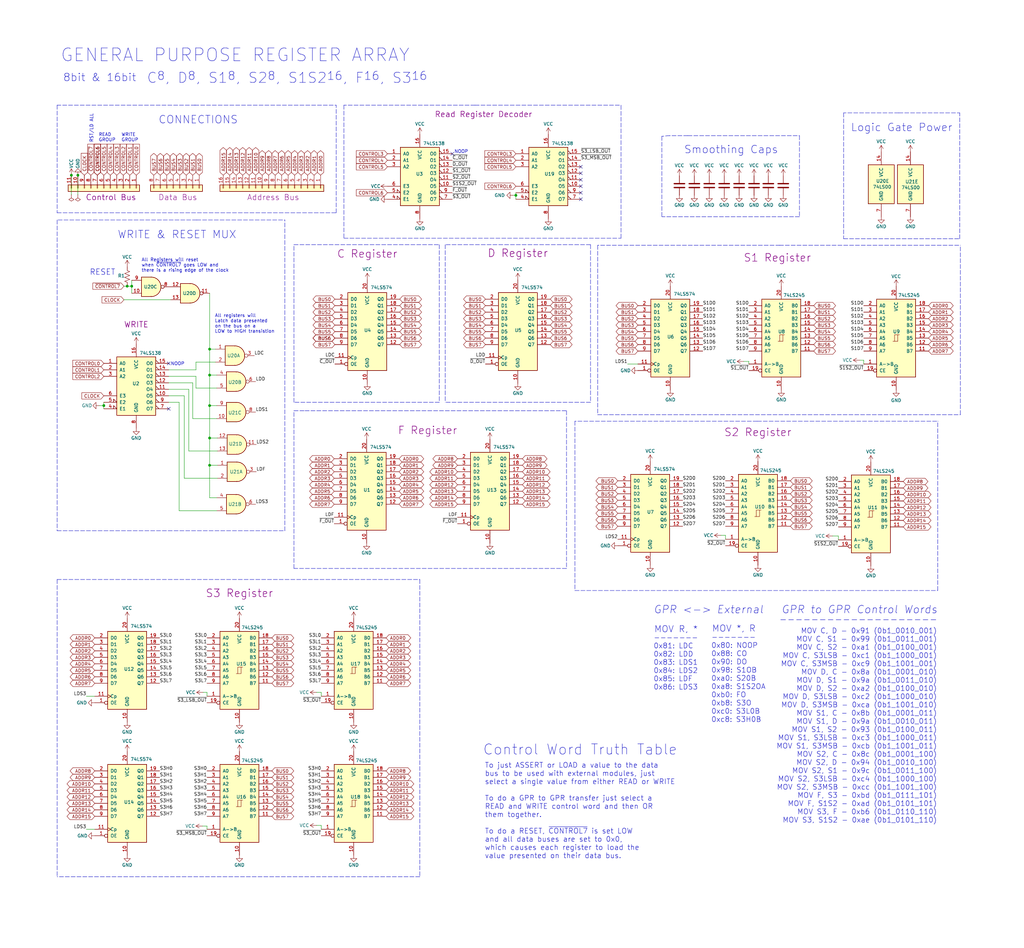
<source format=kicad_sch>
(kicad_sch (version 20211123) (generator eeschema)
  (paper "User" 400.812 370.992)
  (title_block (title "General Purpose Register Array") (date "2022-02-10") (rev "v2") (company "theWickedWebDev/8-bit-computer"))
  (junction (at 82.042 146.812))
  (junction (at 82.042 182.118))
  (junction (at 30.48 68.58))
  (junction (at 82.042 158.75))
  (junction (at 82.042 136.652))
  (junction (at 82.042 171.45))
  (junction (at 51.562 112.014))
  (junction (at 49.784 112.014))
  (junction (at 201.93 76.454))
  (junction (at 27.94 68.58))
  (junction (at 40.64 158.75))
  (no_connect (at 177.038 60.198))
  (no_connect (at 227.33 75.438))
  (no_connect (at 227.33 77.978))
  (no_connect (at 66.04 142.24))
  (no_connect (at 66.04 160.02))
  (no_connect (at 227.33 65.278))
  (no_connect (at 227.33 67.818))
  (no_connect (at 227.33 72.898))
  (no_connect (at 227.33 70.358))
  (polyline (pts (xy 296.418 164.846) (xy 225.044 164.846)))
  (wire (pts (xy 40.64 158.75) (xy 40.64 160.02)))
  (polyline (pts (xy 233.934 96.012) (xy 233.934 162.306)))
  (wire (pts (xy 38.862 158.75) (xy 40.64 158.75)))
  (polyline (pts (xy 330.2 44.196) (xy 330.2 93.472)))
  (polyline (pts (xy 22.352 83.312) (xy 131.572 83.312)))
  (wire (pts (xy 66.04 157.48) (xy 70.104 157.48)))
  (wire (pts (xy 81.026 271.018) (xy 81.026 272.542)))
  (wire (pts (xy 49.784 112.014) (xy 51.562 112.014)))
  (wire (pts (xy 82.042 146.812) (xy 84.836 146.812)))
  (polyline (pts (xy 269.24 53.086) (xy 312.928 53.086)))
  (wire (pts (xy 82.042 171.45) (xy 85.09 171.45)))
  (wire (pts (xy 328.168 209.804) (xy 328.168 211.328)))
  (wire (pts (xy 72.136 187.198) (xy 85.09 187.198)))
  (wire (pts (xy 66.04 147.32) (xy 76.708 147.32)))
  (polyline (pts (xy 375.92 162.306) (xy 375.92 96.012)))
  (polyline (pts (xy 22.352 86.106) (xy 22.352 207.772)))
  (polyline (pts (xy 312.928 53.086) (xy 312.928 84.836)))
  (wire (pts (xy 283.972 209.55) (xy 283.972 211.074)))
  (polyline (pts (xy 221.742 160.782) (xy 221.742 222.504)))
  (polyline (pts (xy 351.79 44.196) (xy 375.666 44.196)))
  (polyline (pts (xy 296.418 164.846) (xy 367.284 164.846)))
  (wire (pts (xy 82.042 194.818) (xy 82.042 182.118)))
  (wire (pts (xy 51.562 109.728) (xy 51.562 112.014)))
  (wire (pts (xy 84.836 194.818) (xy 82.042 194.818)))
  (wire (pts (xy 201.93 75.438) (xy 201.93 76.454)))
  (polyline (pts (xy 76.962 86.106) (xy 111.506 86.106)))
  (polyline (pts (xy 22.352 41.148) (xy 22.352 83.312)))
  (wire (pts (xy 79.502 271.018) (xy 81.026 271.018)))
  (polyline (pts (xy 22.352 226.822) (xy 164.338 226.822)))
  (polyline (pts (xy 174.244 95.758) (xy 174.244 157.48)))
  (wire (pts (xy 336.55 140.97) (xy 338.074 140.97)))
  (wire (pts (xy 325.882 209.804) (xy 328.168 209.804)))
  (polyline (pts (xy 243.078 93.218) (xy 243.078 41.148)))
  (wire (pts (xy 82.042 158.75) (xy 82.042 171.45)))
  (wire (pts (xy 70.104 157.48) (xy 70.104 199.898)))
  (polyline (pts (xy 22.352 226.822) (xy 22.352 343.154)))
  (wire (pts (xy 82.042 114.808) (xy 82.042 136.652)))
  (wire (pts (xy 72.136 154.94) (xy 72.136 187.198)))
  (polyline (pts (xy 115.062 95.758) (xy 171.958 95.758)))
  (wire (pts (xy 30.48 68.58) (xy 30.48 76.2)))
  (polyline (pts (xy 221.742 222.504) (xy 115.062 222.504)))
  (wire (pts (xy 73.914 176.53) (xy 85.09 176.53)))
  (wire (pts (xy 76.708 147.32) (xy 76.708 151.892)))
  (polyline (pts (xy 269.24 53.086) (xy 262.128 53.086)))
  (polyline (pts (xy 76.454 41.148) (xy 22.352 41.148)))
  (polyline (pts (xy 231.14 95.758) (xy 174.244 95.758)))
  (polyline (pts (xy 259.08 53.34) (xy 259.08 84.836)))
  (wire (pts (xy 82.042 182.118) (xy 85.09 182.118)))
  (polyline (pts (xy 164.338 226.822) (xy 164.338 343.154)))
  (wire (pts (xy 82.042 158.75) (xy 84.836 158.75)))
  (polyline (pts (xy 185.928 41.148) (xy 243.078 41.148)))
  (polyline (pts (xy 134.62 93.218) (xy 243.078 93.218)))
  (polyline (pts (xy 22.352 207.772) (xy 111.506 207.772)))
  (wire (pts (xy 125.73 323.088) (xy 125.73 324.612)))
  (polyline (pts (xy 351.79 44.196) (xy 330.2 44.196)))
  (wire (pts (xy 82.042 182.118) (xy 82.042 171.45)))
  (wire (pts (xy 82.042 136.652) (xy 82.042 146.812)))
  (polyline (pts (xy 111.506 207.772) (xy 111.506 86.106)))
  (polyline (pts (xy 231.14 95.758) (xy 231.14 157.48)))
  (wire (pts (xy 66.04 152.4) (xy 73.914 152.4)))
  (wire (pts (xy 293.116 141.478) (xy 293.116 142.494)))
  (polyline (pts (xy 115.062 157.48) (xy 115.062 95.758)))
  (wire (pts (xy 291.084 141.478) (xy 293.116 141.478)))
  (wire (pts (xy 75.438 149.86) (xy 75.438 163.83)))
  (wire (pts (xy 201.93 76.454) (xy 201.93 77.978)))
  (polyline (pts (xy 131.572 83.312) (xy 131.572 41.148)))
  (polyline (pts (xy 233.934 162.306) (xy 375.92 162.306)))
  (wire (pts (xy 40.64 157.48) (xy 40.64 158.75)))
  (wire (pts (xy 245.618 142.494) (xy 249.682 142.494)))
  (wire (pts (xy 76.708 151.892) (xy 84.836 151.892)))
  (wire (pts (xy 51.562 112.014) (xy 51.562 114.808)))
  (polyline (pts (xy 171.958 157.48) (xy 115.062 157.48)))
  (wire (pts (xy 79.248 323.342) (xy 81.026 323.342)))
  (wire (pts (xy 338.074 140.97) (xy 338.074 142.494)))
  (wire (pts (xy 282.194 209.55) (xy 283.972 209.55)))
  (wire (pts (xy 81.026 323.342) (xy 81.026 324.612)))
  (polyline (pts (xy 164.338 343.154) (xy 22.352 343.154)))
  (polyline (pts (xy 312.928 84.836) (xy 259.08 84.836)))
  (wire (pts (xy 48.514 112.014) (xy 49.784 112.014)))
  (wire (pts (xy 33.782 272.542) (xy 37.084 272.542)))
  (wire (pts (xy 33.782 324.612) (xy 37.084 324.612)))
  (polyline (pts (xy 171.958 95.758) (xy 171.958 157.48)))
  (wire (pts (xy 73.914 152.4) (xy 73.914 176.53)))
  (polyline (pts (xy 119.38 160.782) (xy 221.742 160.782)))
  (wire (pts (xy 70.104 199.898) (xy 84.836 199.898)))
  (polyline (pts (xy 225.044 231.14) (xy 367.03 231.14)))
  (wire (pts (xy 66.04 149.86) (xy 75.438 149.86)))
  (wire (pts (xy 125.73 271.018) (xy 125.73 272.542)))
  (wire (pts (xy 123.952 323.088) (xy 125.73 323.088)))
  (polyline (pts (xy 134.62 41.148) (xy 134.62 93.218)))
  (polyline (pts (xy 115.062 160.782) (xy 119.38 160.782)))
  (polyline (pts (xy 375.666 93.472) (xy 375.666 44.196)))
  (wire (pts (xy 27.94 68.58) (xy 27.94 76.2)))
  (polyline (pts (xy 231.14 157.48) (xy 174.244 157.48)))
  (wire (pts (xy 66.04 144.78) (xy 76.708 144.78)))
  (wire (pts (xy 76.708 141.732) (xy 84.328 141.732)))
  (polyline (pts (xy 305.054 96.012) (xy 375.92 96.012)))
  (polyline (pts (xy 367.03 231.14) (xy 367.03 164.846)))
  (polyline (pts (xy 76.2 41.148) (xy 131.572 41.148)))
  (polyline (pts (xy 330.2 93.472) (xy 375.666 93.472)))
  (polyline (pts (xy 305.308 96.012) (xy 233.934 96.012)))
  (wire (pts (xy 75.438 163.83) (xy 84.836 163.83)))
  (polyline (pts (xy 185.928 41.148) (xy 134.62 41.148)))
  (polyline (pts (xy 115.062 222.504) (xy 115.062 160.782)))
  (wire (pts (xy 76.708 144.78) (xy 76.708 141.732)))
  (wire (pts (xy 82.042 146.812) (xy 82.042 158.75)))
  (wire (pts (xy 66.04 154.94) (xy 72.136 154.94)))
  (polyline (pts (xy 262.128 53.086) (xy 259.08 53.34)))
  (wire (pts (xy 200.914 76.454) (xy 201.93 76.454)))
  (wire (pts (xy 82.042 136.652) (xy 84.328 136.652)))
  (polyline (pts (xy 225.044 164.846) (xy 225.044 231.14)))
  (wire (pts (xy 48.514 117.348) (xy 66.802 117.348)))
  (wire (pts (xy 123.952 271.018) (xy 125.73 271.018)))
  (polyline (pts (xy 76.962 86.106) (xy 22.352 86.106)))
  (text "WRITE & RESET MUX" (at 45.974 93.726 0) (effects (font (size 3 3)) (justify left bottom)))
  (text "GPR <-> External" (at 255.778 240.538 0) (effects (font (size 3 3) italic) (justify left bottom)))
  (text "-------\n0x81: LDC\n0x82: LDD\n0x83: LDS1\n0x84: LDS2\n0x85: LDF\n0x86: LDS3\n" (at 255.778 270.256 0) (effects (font (size 2 2)) (justify left bottom)))
  (text "RESET" (at 35.052 107.95 0) (effects (font (size 2.2 2.2)) (justify left bottom)))
  (text "MOV R, *" (at 256.032 247.904 0) (effects (font (size 2.5 2.5)) (justify left bottom)))
  (text "GPR to GPR Control Words" (at 305.816 240.538 0) (effects (font (size 3 3) italic) (justify left bottom)))
  (text "READ\nGROUP" (at 38.608 55.626 0) (effects (font (size 1.27 1.27)) (justify left bottom)))
  (text "MOV *, R" (at 278.638 247.65 0) (effects (font (size 2.5 2.5)) (justify left bottom)))
  (text "To just ASSERT or LOAD a value to the data \nbus to be used with external modules, just\nselect a single value from either READ or WRITE\n\nTo do a GPR to GPR transfer just select a \nREAD and WRITE control word and then OR \nthem together.\n\nTo do a RESET, ~{CONTROL7} is set LOW\nand all data buses are set to 0x0,\nwhich causes each register to load the \nvalue presented on their data bus." (at 189.738 336.296 0) (effects (font (size 2 2)) (justify left bottom)))
  (text "Control Word Truth Table" (at 188.976 295.91 0) (effects (font (size 4 4)) (justify left bottom)))
  (text "All registers will\nLatch data presented\non the bus on a \nLOW to HIGH transistion" (at 84.074 130.556 0) (effects (font (size 1.27 1.27)) (justify left bottom)))
  (text "NOOP" (at 66.802 143.256 0) (effects (font (size 1.27 1.27)) (justify left bottom)))
  (text "8bit & 16bit" (at 24.638 32.258 0) (effects (font (size 3 3)) (justify left bottom)))
  (text "CONNECTIONS" (at 61.976 48.768 0) (effects (font (size 3 3)) (justify left bottom)))
  (text "Smoothing Caps" (at 267.716 60.452 0) (effects (font (size 3 3)) (justify left bottom)))
  (text "NOOP" (at 177.8 60.198 0) (effects (font (size 1.27 1.27)) (justify left bottom)))
  (text "GENERAL PURPOSE REGISTER ARRAY" (at 23.622 24.638 0) (effects (font (size 5 5)) (justify left bottom)))
  (text "-------\n0x80: NOOP\n0x88: CO\n0x90: DO\n0x98: S1OB\n0xa0: S20B\n0xa8: S1S2OA\n0xb0: FO\n0xb8: S3O\n0xc0: S3L0B\n0xc8: S3H0B" (at 278.384 282.956 0) (effects (font (size 2 2)) (justify left bottom)))
  (text "All Registers will reset\nwhen ~{CONTROL7} goes LOW and\nthere is a rising edge of the clock\n" (at 55.372 106.68 0) (effects (font (size 1.27 1.27)) (justify left bottom)))
  (text "--------------------" (at 304.8 244.094 0) (effects (font (size 2.5 2.5) italic) (justify left bottom)))
  (text "Logic Gate Power" (at 332.994 51.816 0) (effects (font (size 3 3)) (justify left bottom)))
  (text "C^{8}, D^{8}, S1^{8}, S2^{8}, S1S2^{16}, F^{16}, S3^{16}" (at 57.404 33.02 0) (effects (font (size 4 4)) (justify left bottom)))
  (text "WRITE\nGROUP" (at 47.498 55.626 0) (effects (font (size 1.27 1.27)) (justify left bottom)))
  (text "RST/LD ALL" (at 36.576 55.88 90) (effects (font (size 1.27 1.27)) (justify left bottom)))
  (text "MOV C, D - 0x91 (0b1_0010_001)\nMOV C, S1 - 0x99 (0b1_0011_001)\nMOV C, S2 - 0xa1 (0b1_0100_001)\nMOV C, S3LSB - 0xc1 (0b1_1000_001)\nMOV C, S3MSB - 0xc9 (0b1_1001_001)\nMOV D, C - 0x8a (0b1_0001_010)\nMOV D, S1 - 0x9a (0b1_0011_010)\nMOV D, S2 - 0xa2 (0b1_0100_010)\nMOV D, S3LSB - 0xc2 (0b1_1000_010)\nMOV D, S3MSB - 0xca (0b1_1001_010)\nMOV S1, C - 0x8b (0b1_0001_011)\nMOV S1, D - 0x9a (0b1_0010_011)\nMOV S1, S2 - 0x93 (0b1_0100_011)\nMOV S1, S3LSB - 0xc3 (0b1_1000_011)\nMOV S1, S3MSB - 0xcb (0b1_1001_011)\nMOV S2, C - 0x8c (0b1_0001_100)\nMOV S2, D - 0x94 (0b1_0010_100)\nMOV S2, S1 - 0x9c (0b1_0011_100)\nMOV S2, S3LSB - 0xc4 (0b1_1000_100)\nMOV S2, S3MSB - 0xcc (0b1_1001_100)\nMOV F, S3 - 0xbd (0b1_0111_101)\nMOV F, S1S2 - 0xad (0b1_0101_101)\nMOV S3, F - 0xb6 (0b1_0110_110)\nMOV S3, S1S2 - 0xae (0b1_0101_110)" (at 366.776 322.326 0) (effects (font (size 2 2)) (justify right bottom)))
  (label "S3L6" (at 81.026 264.922 180))
  (label "S1D4" (at 275.082 129.794 0))
  (label "S2D0" (at 283.972 188.214 180))
  (label "S1D1" (at 275.082 122.174 0))
  (label "S2D2" (at 267.208 193.294 0))
  (label "S1D4" (at 293.116 129.794 180))
  (label "S3L2" (at 62.484 254.762 0))
  (label "S3L0" (at 81.026 249.682 180))
  (label "S1D3" (at 338.074 127.254 180))
  (label "S3H2" (at 125.73 306.832 180))
  (label "S3L1" (at 62.484 252.222 0))
  (label "LDC" (at 99.568 139.192 0))
  (label "S1D7" (at 338.074 137.414 180))
  (label "S3H3" (at 62.484 309.372 0))
  (label "S3H3" (at 81.026 309.372 180))
  (label "S2D7" (at 267.208 205.994 0))
  (label "S2D2" (at 328.168 193.548 180))
  (label "S1D1" (at 338.074 122.174 180))
  (label "S1D5" (at 293.116 132.334 180))
  (label "S3H0" (at 81.026 301.752 180))
  (label "S3H4" (at 125.73 311.912 180))
  (label "S2D6" (at 328.168 203.708 180))
  (label "S3H5" (at 62.484 314.452 0))
  (label "S3H1" (at 81.026 304.292 180))
  (label "S2D6" (at 283.972 203.454 180))
  (label "S1D4" (at 338.074 129.794 180))
  (label "S3L1" (at 125.73 252.222 180))
  (label "S2D0" (at 267.208 188.214 0))
  (label "~{S1S2_OUT}" (at 177.038 72.898 0))
  (label "S1D6" (at 293.116 134.874 180))
  (label "LDF" (at 100.33 184.658 0))
  (label "S3L5" (at 81.026 262.382 180))
  (label "S3H4" (at 62.484 311.912 0))
  (label "S3H0" (at 125.73 301.752 180))
  (label "S1D2" (at 275.082 124.714 0))
  (label "S3H3" (at 125.73 309.372 180))
  (label "S3H0" (at 62.484 301.752 0))
  (label "~{S3_OUT}" (at 177.038 77.978 0))
  (label "S3L2" (at 81.026 254.762 180))
  (label "S3H1" (at 125.73 304.292 180))
  (label "LDS2" (at 100.33 173.99 0))
  (label "LDS2" (at 241.808 211.074 180))
  (label "S2D5" (at 328.168 201.168 180))
  (label "~{S2_OUT}" (at 177.038 70.358 0))
  (label "~{F_OUT}" (at 130.81 204.978 180))
  (label "S3H7" (at 62.484 319.532 0))
  (label "~{F_OUT}" (at 179.07 204.978 180))
  (label "~{S3_MSB_OUT}" (at 81.026 327.152 180))
  (label "S3L3" (at 62.484 257.302 0))
  (label "LDD" (at 189.992 139.954 180))
  (label "~{F_OUT}" (at 177.038 75.438 0))
  (label "~{D_OUT}" (at 189.992 142.494 180))
  (label "~{S1_OUT}" (at 177.038 67.818 0))
  (label "S2D2" (at 283.972 193.294 180))
  (label "S1D3" (at 293.116 127.254 180))
  (label "S1D6" (at 275.082 134.874 0))
  (label "LDS1" (at 245.618 142.494 180))
  (label "S3H6" (at 125.73 316.992 180))
  (label "S1D0" (at 275.082 119.634 0))
  (label "S3H6" (at 62.484 316.992 0))
  (label "~{S1_OUT}" (at 293.116 145.034 180))
  (label "S3L7" (at 81.026 267.462 180))
  (label "S1D7" (at 293.116 137.414 180))
  (label "S2D6" (at 267.208 203.454 0))
  (label "S2D4" (at 283.972 198.374 180))
  (label "S1D7" (at 275.082 137.414 0))
  (label "LDC" (at 131.064 139.954 180))
  (label "S3L4" (at 81.026 259.842 180))
  (label "LDD" (at 100.076 149.352 0))
  (label "S3H2" (at 62.484 306.832 0))
  (label "S1D2" (at 293.116 124.714 180))
  (label "S3L4" (at 125.73 259.842 180))
  (label "S3H2" (at 81.026 306.832 180))
  (label "S3L1" (at 81.026 252.222 180))
  (label "LDS3" (at 100.076 197.358 0))
  (label "S2D1" (at 267.208 190.754 0))
  (label "~{S3_LSB_OUT}" (at 81.026 275.082 180))
  (label "S2D0" (at 328.168 188.468 180))
  (label "S1D0" (at 293.116 119.634 180))
  (label "~{S2_OUT}" (at 283.972 213.614 180))
  (label "LDS3" (at 33.782 272.542 180))
  (label "S3L7" (at 62.484 267.462 0))
  (label "S3L2" (at 125.73 254.762 180))
  (label "S3L6" (at 62.484 264.922 0))
  (label "~{S3_LSB_OUT}" (at 227.33 60.198 0))
  (label "S3H7" (at 81.026 319.532 180))
  (label "S3L7" (at 125.73 267.462 180))
  (label "LDF" (at 179.07 202.438 180))
  (label "~{D_OUT}" (at 177.038 65.278 0))
  (label "S3L0" (at 62.484 249.682 0))
  (label "LDF" (at 130.81 202.438 180))
  (label "LDS1" (at 100.076 161.29 0))
  (label "S3L3" (at 125.73 257.302 180))
  (label "S3H6" (at 81.026 316.992 180))
  (label "~{C_OUT}" (at 177.038 62.738 0))
  (label "S3L3" (at 81.026 257.302 180))
  (label "S3L4" (at 62.484 259.842 0))
  (label "S3L0" (at 125.73 249.682 180))
  (label "S3H5" (at 125.73 314.452 180))
  (label "~{S3_OUT}" (at 125.73 275.082 180))
  (label "S2D7" (at 328.168 206.248 180))
  (label "~{S1S2_OUT}" (at 338.074 145.034 180))
  (label "S3H1" (at 62.484 304.292 0))
  (label "S2D5" (at 267.208 200.914 0))
  (label "S1D3" (at 275.082 127.254 0))
  (label "~{S1S2_OUT}" (at 328.168 213.868 180))
  (label "~{S3_MSB_OUT}" (at 227.33 62.738 0))
  (label "S1D6" (at 338.074 134.874 180))
  (label "S3H7" (at 125.73 319.532 180))
  (label "S3L5" (at 62.484 262.382 0))
  (label "S3L5" (at 125.73 262.382 180))
  (label "S1D5" (at 338.074 132.334 180))
  (label "S2D7" (at 283.972 205.994 180))
  (label "S2D5" (at 283.972 200.914 180))
  (label "S1D5" (at 275.082 132.334 0))
  (label "S1D1" (at 293.116 122.174 180))
  (label "S2D1" (at 328.168 191.008 180))
  (label "S2D1" (at 283.972 190.754 180))
  (label "S1D0" (at 338.074 119.634 180))
  (label "~{S3_OUT}" (at 125.73 327.152 180))
  (label "S1D2" (at 338.074 124.714 180))
  (label "S2D4" (at 328.168 198.628 180))
  (label "S3H4" (at 81.026 311.912 180))
  (label "S2D3" (at 283.972 195.834 180))
  (label "~{C_OUT}" (at 131.064 142.494 180))
  (label "S2D3" (at 267.208 195.834 0))
  (label "S3L6" (at 125.73 264.922 180))
  (label "LDS3" (at 33.782 324.612 180))
  (label "S2D3" (at 328.168 196.088 180))
  (label "S2D4" (at 267.208 198.374 0))
  (label "S3H5" (at 81.026 314.452 180))
  (global_label "ADDR5" (shape tri_state) (at 363.474 132.334 0) (property "Intersheet References" "${INTERSHEET_REFS}" (effects hide)))
  (global_label "BUS5" (shape tri_state) (at 131.064 129.794 180) (property "Intersheet References" "${INTERSHEET_REFS}" (effects hide)))
  (global_label "ADDR10" (shape tri_state) (at 151.13 306.832 0) (property "Intersheet References" "${INTERSHEET_REFS}" (effects hide)))
  (global_label "BUS4" (shape tri_state) (at 131.064 127.254 180) (property "Intersheet References" "${INTERSHEET_REFS}" (effects hide)))
  (global_label "ADDR1" (shape tri_state) (at 130.81 182.118 180) (property "Intersheet References" "${INTERSHEET_REFS}" (effects hide)))
  (global_label "BUS3" (shape tri_state) (at 131.064 124.714 180) (property "Intersheet References" "${INTERSHEET_REFS}" (effects hide)))
  (global_label "BUS3" (shape tri_state) (at 215.392 124.714 0) (property "Intersheet References" "${INTERSHEET_REFS}" (effects hide)))
  (global_label "CONTROL4" (shape input) (at 151.638 62.738 180) (property "Intersheet References" "${INTERSHEET_REFS}" (effects hide)))
  (global_label "BUS2" (shape tri_state) (at 241.808 193.294 180) (property "Intersheet References" "${INTERSHEET_REFS}" (effects hide)))
  (global_label "ADDR13" (shape tri_state) (at 92.456 68.58 90) (property "Intersheet References" "${INTERSHEET_REFS}" (effects hide)))
  (global_label "ADDR10" (shape tri_state) (at 179.07 184.658 180) (property "Intersheet References" "${INTERSHEET_REFS}" (effects hide)))
  (global_label "CONTROL4" (shape input) (at 43.18 68.58 90) (property "Intersheet References" "${INTERSHEET_REFS}" (effects hide)))
  (global_label "ADDR9" (shape tri_state) (at 179.07 182.118 180) (property "Intersheet References" "${INTERSHEET_REFS}" (effects hide)))
  (global_label "ADDR8" (shape tri_state) (at 179.07 179.578 180) (property "Intersheet References" "${INTERSHEET_REFS}" (effects hide)))
  (global_label "ADDR4" (shape tri_state) (at 363.474 129.794 0) (property "Intersheet References" "${INTERSHEET_REFS}" (effects hide)))
  (global_label "ADDR1" (shape tri_state) (at 37.084 252.222 180) (property "Intersheet References" "${INTERSHEET_REFS}" (effects hide)))
  (global_label "CONTROL4" (shape input) (at 201.93 62.738 180) (property "Intersheet References" "${INTERSHEET_REFS}" (effects hide)))
  (global_label "BUS2" (shape tri_state) (at 189.992 122.174 180) (property "Intersheet References" "${INTERSHEET_REFS}" (effects hide)))
  (global_label "ADDR9" (shape tri_state) (at 102.616 68.58 90) (property "Intersheet References" "${INTERSHEET_REFS}" (effects hide)))
  (global_label "BUS2" (shape tri_state) (at 106.426 254.762 0) (property "Intersheet References" "${INTERSHEET_REFS}" (effects hide)))
  (global_label "BUS2" (shape tri_state) (at 106.426 306.832 0) (property "Intersheet References" "${INTERSHEET_REFS}" (effects hide)))
  (global_label "ADDR9" (shape tri_state) (at 37.084 304.292 180) (property "Intersheet References" "${INTERSHEET_REFS}" (effects hide)))
  (global_label "ADDR7" (shape tri_state) (at 37.084 267.462 180) (property "Intersheet References" "${INTERSHEET_REFS}" (effects hide)))
  (global_label "ADDR3" (shape tri_state) (at 151.13 257.302 0) (property "Intersheet References" "${INTERSHEET_REFS}" (effects hide)))
  (global_label "BUS3" (shape tri_state) (at 106.426 257.302 0) (property "Intersheet References" "${INTERSHEET_REFS}" (effects hide)))
  (global_label "ADDR8" (shape tri_state) (at 37.084 301.752 180) (property "Intersheet References" "${INTERSHEET_REFS}" (effects hide)))
  (global_label "BUS5" (shape tri_state) (at 215.392 129.794 0) (property "Intersheet References" "${INTERSHEET_REFS}" (effects hide)))
  (global_label "BUS0" (shape tri_state) (at 77.978 68.58 90) (property "Intersheet References" "${INTERSHEET_REFS}" (effects hide)))
  (global_label "BUS7" (shape tri_state) (at 318.516 137.414 0) (property "Intersheet References" "${INTERSHEET_REFS}" (effects hide)))
  (global_label "BUS4" (shape tri_state) (at 309.372 198.374 0) (property "Intersheet References" "${INTERSHEET_REFS}" (effects hide)))
  (global_label "BUS1" (shape tri_state) (at 318.516 122.174 0) (property "Intersheet References" "${INTERSHEET_REFS}" (effects hide)))
  (global_label "CONTROL2" (shape input) (at 40.64 147.32 180) (property "Intersheet References" "${INTERSHEET_REFS}" (effects hide)))
  (global_label "CONTROL6" (shape input) (at 38.1 68.58 90) (property "Intersheet References" "${INTERSHEET_REFS}" (effects hide)))
  (global_label "BUS7" (shape tri_state) (at 106.426 319.532 0) (property "Intersheet References" "${INTERSHEET_REFS}" (effects hide)))
  (global_label "BUS0" (shape tri_state) (at 215.392 117.094 0) (property "Intersheet References" "${INTERSHEET_REFS}" (effects hide)))
  (global_label "BUS0" (shape tri_state) (at 249.682 119.634 180) (property "Intersheet References" "${INTERSHEET_REFS}" (effects hide)))
  (global_label "ADDR13" (shape tri_state) (at 353.568 201.168 0) (property "Intersheet References" "${INTERSHEET_REFS}" (effects hide)))
  (global_label "BUS5" (shape tri_state) (at 241.808 200.914 180) (property "Intersheet References" "${INTERSHEET_REFS}" (effects hide)))
  (global_label "CONTROL6" (shape input) (at 201.93 72.898 180) (property "Intersheet References" "${INTERSHEET_REFS}" (effects hide)))
  (global_label "ADDR7" (shape tri_state) (at 107.696 68.58 90) (property "Intersheet References" "${INTERSHEET_REFS}" (effects hide)))
  (global_label "ADDR3" (shape tri_state) (at 37.084 257.302 180) (property "Intersheet References" "${INTERSHEET_REFS}" (effects hide)))
  (global_label "CONTROL5" (shape input) (at 40.64 68.58 90) (property "Intersheet References" "${INTERSHEET_REFS}" (effects hide)))
  (global_label "BUS6" (shape tri_state) (at 131.064 132.334 180) (property "Intersheet References" "${INTERSHEET_REFS}" (effects hide)))
  (global_label "BUS4" (shape tri_state) (at 241.808 198.374 180) (property "Intersheet References" "${INTERSHEET_REFS}" (effects hide)))
  (global_label "ADDR14" (shape tri_state) (at 37.084 316.992 180) (property "Intersheet References" "${INTERSHEET_REFS}" (effects hide)))
  (global_label "ADDR5" (shape tri_state) (at 112.776 68.58 90) (property "Intersheet References" "${INTERSHEET_REFS}" (effects hide)))
  (global_label "ADDR0" (shape tri_state) (at 151.13 249.682 0) (property "Intersheet References" "${INTERSHEET_REFS}" (effects hide)))
  (global_label "CLOCK" (shape input) (at 40.64 154.94 180) (property "Intersheet References" "${INTERSHEET_REFS}" (effects hide)))
  (global_label "BUS1" (shape tri_state) (at 189.992 119.634 180) (property "Intersheet References" "${INTERSHEET_REFS}" (effects hide)))
  (global_label "CONTROL3" (shape input) (at 151.638 60.198 180) (property "Intersheet References" "${INTERSHEET_REFS}" (effects hide)))
  (global_label "ADDR15" (shape tri_state) (at 204.47 197.358 0) (property "Intersheet References" "${INTERSHEET_REFS}" (effects hide)))
  (global_label "ADDR7" (shape tri_state) (at 151.13 267.462 0) (property "Intersheet References" "${INTERSHEET_REFS}" (effects hide)))
  (global_label "BUS0" (shape tri_state) (at 106.426 249.682 0) (property "Intersheet References" "${INTERSHEET_REFS}" (effects hide)))
  (global_label "ADDR11" (shape tri_state) (at 179.07 187.198 180) (property "Intersheet References" "${INTERSHEET_REFS}" (effects hide)))
  (global_label "BUS5" (shape tri_state) (at 318.516 132.334 0) (property "Intersheet References" "${INTERSHEET_REFS}" (effects hide)))
  (global_label "ADDR6" (shape tri_state) (at 37.084 264.922 180) (property "Intersheet References" "${INTERSHEET_REFS}" (effects hide)))
  (global_label "CONTROL5" (shape input) (at 151.638 65.278 180) (property "Intersheet References" "${INTERSHEET_REFS}" (effects hide)))
  (global_label "ADDR0" (shape tri_state) (at 156.21 179.578 0) (property "Intersheet References" "${INTERSHEET_REFS}" (effects hide)))
  (global_label "CLOCK" (shape input) (at 33.02 68.58 90) (property "Intersheet References" "${INTERSHEET_REFS}" (effects hide)))
  (global_label "ADDR14" (shape tri_state) (at 89.916 68.58 90) (property "Intersheet References" "${INTERSHEET_REFS}" (effects hide)))
  (global_label "ADDR8" (shape tri_state) (at 204.47 179.578 0) (property "Intersheet References" "${INTERSHEET_REFS}" (effects hide)))
  (global_label "ADDR3" (shape tri_state) (at 156.21 187.198 0) (property "Intersheet References" "${INTERSHEET_REFS}" (effects hide)))
  (global_label "BUS1" (shape tri_state) (at 131.064 119.634 180) (property "Intersheet References" "${INTERSHEET_REFS}" (effects hide)))
  (global_label "ADDR12" (shape tri_state) (at 94.996 68.58 90) (property "Intersheet References" "${INTERSHEET_REFS}" (effects hide)))
  (global_label "ADDR11" (shape tri_state) (at 151.13 309.372 0) (property "Intersheet References" "${INTERSHEET_REFS}" (effects hide)))
  (global_label "ADDR6" (shape tri_state) (at 130.81 194.818 180) (property "Intersheet References" "${INTERSHEET_REFS}" (effects hide)))
  (global_label "BUS0" (shape tri_state) (at 241.808 188.214 180) (property "Intersheet References" "${INTERSHEET_REFS}" (effects hide)))
  (global_label "BUS7" (shape tri_state) (at 241.808 205.994 180) (property "Intersheet References" "${INTERSHEET_REFS}" (effects hide)))
  (global_label "ADDR11" (shape tri_state) (at 204.47 187.198 0) (property "Intersheet References" "${INTERSHEET_REFS}" (effects hide)))
  (global_label "BUS3" (shape tri_state) (at 309.372 195.834 0) (property "Intersheet References" "${INTERSHEET_REFS}" (effects hide)))
  (global_label "BUS6" (shape tri_state) (at 62.738 68.58 90) (property "Intersheet References" "${INTERSHEET_REFS}" (effects hide)))
  (global_label "CONTROL3" (shape input) (at 45.72 68.58 90) (property "Intersheet References" "${INTERSHEET_REFS}" (effects hide)))
  (global_label "BUS7" (shape tri_state) (at 249.682 137.414 180) (property "Intersheet References" "${INTERSHEET_REFS}" (effects hide)))
  (global_label "BUS4" (shape tri_state) (at 106.426 259.842 0) (property "Intersheet References" "${INTERSHEET_REFS}" (effects hide)))
  (global_label "ADDR7" (shape tri_state) (at 130.81 197.358 180) (property "Intersheet References" "${INTERSHEET_REFS}" (effects hide)))
  (global_label "BUS3" (shape tri_state) (at 156.464 124.714 0) (property "Intersheet References" "${INTERSHEET_REFS}" (effects hide)))
  (global_label "ADDR10" (shape tri_state) (at 353.568 193.548 0) (property "Intersheet References" "${INTERSHEET_REFS}" (effects hide)))
  (global_label "ADDR5" (shape tri_state) (at 156.21 192.278 0) (property "Intersheet References" "${INTERSHEET_REFS}" (effects hide)))
  (global_label "BUS4" (shape tri_state) (at 106.426 311.912 0) (property "Intersheet References" "${INTERSHEET_REFS}" (effects hide)))
  (global_label "ADDR12" (shape tri_state) (at 204.47 189.738 0) (property "Intersheet References" "${INTERSHEET_REFS}" (effects hide)))
  (global_label "BUS7" (shape tri_state) (at 215.392 134.874 0) (property "Intersheet References" "${INTERSHEET_REFS}" (effects hide)))
  (global_label "BUS5" (shape tri_state) (at 156.464 129.794 0) (property "Intersheet References" "${INTERSHEET_REFS}" (effects hide)))
  (global_label "BUS2" (shape tri_state) (at 318.516 124.714 0) (property "Intersheet References" "${INTERSHEET_REFS}" (effects hide)))
  (global_label "ADDR4" (shape tri_state) (at 156.21 189.738 0) (property "Intersheet References" "${INTERSHEET_REFS}" (effects hide)))
  (global_label "ADDR14" (shape tri_state) (at 151.13 316.992 0) (property "Intersheet References" "${INTERSHEET_REFS}" (effects hide)))
  (global_label "BUS5" (shape tri_state) (at 249.682 132.334 180) (property "Intersheet References" "${INTERSHEET_REFS}" (effects hide)))
  (global_label "ADDR5" (shape tri_state) (at 151.13 262.382 0) (property "Intersheet References" "${INTERSHEET_REFS}" (effects hide)))
  (global_label "ADDR13" (shape tri_state) (at 179.07 192.278 180) (property "Intersheet References" "${INTERSHEET_REFS}" (effects hide)))
  (global_label "BUS2" (shape tri_state) (at 72.898 68.58 90) (property "Intersheet References" "${INTERSHEET_REFS}" (effects hide)))
  (global_label "CONTROL6" (shape input) (at 151.638 75.438 180) (property "Intersheet References" "${INTERSHEET_REFS}" (effects hide)))
  (global_label "BUS1" (shape tri_state) (at 309.372 190.754 0) (property "Intersheet References" "${INTERSHEET_REFS}" (effects hide)))
  (global_label "BUS2" (shape tri_state) (at 215.392 122.174 0) (property "Intersheet References" "${INTERSHEET_REFS}" (effects hide)))
  (global_label "BUS7" (shape tri_state) (at 106.426 267.462 0) (property "Intersheet References" "${INTERSHEET_REFS}" (effects hide)))
  (global_label "BUS1" (shape tri_state) (at 156.464 119.634 0) (property "Intersheet References" "${INTERSHEET_REFS}" (effects hide)))
  (global_label "ADDR13" (shape tri_state) (at 37.084 314.452 180) (property "Intersheet References" "${INTERSHEET_REFS}" (effects hide)))
  (global_label "ADDR15" (shape tri_state) (at 353.568 206.248 0) (property "Intersheet References" "${INTERSHEET_REFS}" (effects hide)))
  (global_label "BUS6" (shape tri_state) (at 249.682 134.874 180) (property "Intersheet References" "${INTERSHEET_REFS}" (effects hide)))
  (global_label "BUS1" (shape tri_state) (at 249.682 122.174 180) (property "Intersheet References" "${INTERSHEET_REFS}" (effects hide)))
  (global_label "ADDR9" (shape tri_state) (at 151.13 304.292 0) (property "Intersheet References" "${INTERSHEET_REFS}" (effects hide)))
  (global_label "ADDR0" (shape tri_state) (at 130.81 179.578 180) (property "Intersheet References" "${INTERSHEET_REFS}" (effects hide)))
  (global_label "ADDR15" (shape tri_state) (at 87.376 68.58 90) (property "Intersheet References" "${INTERSHEET_REFS}" (effects hide)))
  (global_label "ADDR4" (shape tri_state) (at 151.13 259.842 0) (property "Intersheet References" "${INTERSHEET_REFS}" (effects hide)))
  (global_label "BUS3" (shape tri_state) (at 249.682 127.254 180) (property "Intersheet References" "${INTERSHEET_REFS}" (effects hide)))
  (global_label "ADDR14" (shape tri_state) (at 353.568 203.708 0) (property "Intersheet References" "${INTERSHEET_REFS}" (effects hide)))
  (global_label "BUS4" (shape tri_state) (at 215.392 127.254 0) (property "Intersheet References" "${INTERSHEET_REFS}" (effects hide)))
  (global_label "BUS0" (shape tri_state) (at 309.372 188.214 0) (property "Intersheet References" "${INTERSHEET_REFS}" (effects hide)))
  (global_label "ADDR13" (shape tri_state) (at 204.47 192.278 0) (property "Intersheet References" "${INTERSHEET_REFS}" (effects hide)))
  (global_label "ADDR1" (shape tri_state) (at 156.21 182.118 0) (property "Intersheet References" "${INTERSHEET_REFS}" (effects hide)))
  (global_label "BUS6" (shape tri_state) (at 189.992 132.334 180) (property "Intersheet References" "${INTERSHEET_REFS}" (effects hide)))
  (global_label "BUS6" (shape tri_state) (at 131.064 132.334 180) (property "Intersheet References" "${INTERSHEET_REFS}" (effects hide)))
  (global_label "BUS5" (shape tri_state) (at 189.992 129.794 180) (property "Intersheet References" "${INTERSHEET_REFS}" (effects hide)))
  (global_label "BUS0" (shape tri_state) (at 156.464 117.094 0) (property "Intersheet References" "${INTERSHEET_REFS}" (effects hide)))
  (global_label "BUS6" (shape tri_state) (at 106.426 316.992 0) (property "Intersheet References" "${INTERSHEET_REFS}" (effects hide)))
  (global_label "ADDR10" (shape tri_state) (at 37.084 306.832 180) (property "Intersheet References" "${INTERSHEET_REFS}" (effects hide)))
  (global_label "ADDR11" (shape tri_state) (at 97.536 68.58 90) (property "Intersheet References" "${INTERSHEET_REFS}" (effects hide)))
  (global_label "BUS7" (shape tri_state) (at 60.198 68.58 90) (property "Intersheet References" "${INTERSHEET_REFS}" (effects hide)))
  (global_label "ADDR12" (shape tri_state) (at 151.13 311.912 0) (property "Intersheet References" "${INTERSHEET_REFS}" (effects hide)))
  (global_label "ADDR2" (shape tri_state) (at 151.13 254.762 0) (property "Intersheet References" "${INTERSHEET_REFS}" (effects hide)))
  (global_label "ADDR3" (shape tri_state) (at 363.474 127.254 0) (property "Intersheet References" "${INTERSHEET_REFS}" (effects hide)))
  (global_label "BUS1" (shape tri_state) (at 241.808 190.754 180) (property "Intersheet References" "${INTERSHEET_REFS}" (effects hide)))
  (global_label "BUS6" (shape tri_state) (at 215.392 132.334 0) (property "Intersheet References" "${INTERSHEET_REFS}" (effects hide)))
  (global_label "ADDR7" (shape tri_state) (at 156.21 197.358 0) (property "Intersheet References" "${INTERSHEET_REFS}" (effects hide)))
  (global_label "BUS2" (shape tri_state) (at 156.464 122.174 0) (property "Intersheet References" "${INTERSHEET_REFS}" (effects hide)))
  (global_label "BUS6" (shape tri_state) (at 241.808 203.454 180) (property "Intersheet References" "${INTERSHEET_REFS}" (effects hide)))
  (global_label "BUS0" (shape tri_state) (at 189.992 117.094 180) (property "Intersheet References" "${INTERSHEET_REFS}" (effects hide)))
  (global_label "ADDR2" (shape tri_state) (at 156.21 184.658 0) (property "Intersheet References" "${INTERSHEET_REFS}" (effects hide)))
  (global_label "BUS5" (shape tri_state) (at 309.372 200.914 0) (property "Intersheet References" "${INTERSHEET_REFS}" (effects hide)))
  (global_label "ADDR4" (shape tri_state) (at 37.084 259.842 180) (property "Intersheet References" "${INTERSHEET_REFS}" (effects hide)))
  (global_label "BUS6" (shape tri_state) (at 309.372 203.454 0) (property "Intersheet References" "${INTERSHEET_REFS}" (effects hide)))
  (global_label "BUS7" (shape tri_state) (at 156.464 134.874 0) (property "Intersheet References" "${INTERSHEET_REFS}" (effects hide)))
  (global_label "BUS2" (shape tri_state) (at 309.372 193.294 0) (property "Intersheet References" "${INTERSHEET_REFS}" (effects hide)))
  (global_label "CONTROL5" (shape input) (at 201.93 65.278 180) (property "Intersheet References" "${INTERSHEET_REFS}" (effects hide)))
  (global_label "ADDR12" (shape tri_state) (at 37.084 311.912 180) (property "Intersheet References" "${INTERSHEET_REFS}" (effects hide)))
  (global_label "ADDR2" (shape tri_state) (at 37.084 254.762 180) (property "Intersheet References" "${INTERSHEET_REFS}" (effects hide)))
  (global_label "ADDR3" (shape tri_state) (at 130.81 187.198 180) (property "Intersheet References" "${INTERSHEET_REFS}" (effects hide)))
  (global_label "CLOCK" (shape input) (at 48.514 117.348 180) (property "Intersheet References" "${INTERSHEET_REFS}" (effects hide)))
  (global_label "ADDR4" (shape tri_state) (at 130.81 189.738 180) (property "Intersheet References" "${INTERSHEET_REFS}" (effects hide)))
  (global_label "CONTROL1" (shape input) (at 40.64 144.78 180) (property "Intersheet References" "${INTERSHEET_REFS}" (effects hide)))
  (global_label "BUS3" (shape tri_state) (at 318.516 127.254 0) (property "Intersheet References" "${INTERSHEET_REFS}" (effects hide)))
  (global_label "ADDR5" (shape tri_state) (at 37.084 262.382 180) (property "Intersheet References" "${INTERSHEET_REFS}" (effects hide)))
  (global_label "ADDR1" (shape tri_state) (at 151.13 252.222 0) (property "Intersheet References" "${INTERSHEET_REFS}" (effects hide)))
  (global_label "CONTROL3" (shape input) (at 201.93 60.198 180) (property "Intersheet References" "${INTERSHEET_REFS}" (effects hide)))
  (global_label "BUS4" (shape tri_state) (at 189.992 127.254 180) (property "Intersheet References" "${INTERSHEET_REFS}" (effects hide)))
  (global_label "ADDR6" (shape tri_state) (at 363.474 134.874 0) (property "Intersheet References" "${INTERSHEET_REFS}" (effects hide)))
  (global_label "BUS0" (shape tri_state) (at 318.516 119.634 0) (property "Intersheet References" "${INTERSHEET_REFS}" (effects hide)))
  (global_label "BUS2" (shape tri_state) (at 131.064 122.174 180) (property "Intersheet References" "${INTERSHEET_REFS}" (effects hide)))
  (global_label "BUS4" (shape tri_state) (at 249.682 129.794 180) (property "Intersheet References" "${INTERSHEET_REFS}" (effects hide)))
  (global_label "ADDR6" (shape tri_state) (at 151.13 264.922 0) (property "Intersheet References" "${INTERSHEET_REFS}" (effects hide)))
  (global_label "BUS1" (shape tri_state) (at 106.426 304.292 0) (property "Intersheet References" "${INTERSHEET_REFS}" (effects hide)))
  (global_label "ADDR8" (shape tri_state) (at 353.568 188.468 0) (property "Intersheet References" "${INTERSHEET_REFS}" (effects hide)))
  (global_label "BUS0" (shape tri_state) (at 106.426 301.752 0) (property "Intersheet References" "${INTERSHEET_REFS}" (effects hide)))
  (global_label "ADDR12" (shape tri_state) (at 353.568 198.628 0) (property "Intersheet References" "${INTERSHEET_REFS}" (effects hide)))
  (global_label "ADDR0" (shape tri_state) (at 37.084 249.682 180) (property "Intersheet References" "${INTERSHEET_REFS}" (effects hide)))
  (global_label "ADDR14" (shape tri_state) (at 179.07 194.818 180) (property "Intersheet References" "${INTERSHEET_REFS}" (effects hide)))
  (global_label "BUS6" (shape tri_state) (at 318.516 134.874 0) (property "Intersheet References" "${INTERSHEET_REFS}" (effects hide)))
  (global_label "ADDR1" (shape tri_state) (at 363.474 122.174 0) (property "Intersheet References" "${INTERSHEET_REFS}" (effects hide)))
  (global_label "BUS5" (shape tri_state) (at 106.426 314.452 0) (property "Intersheet References" "${INTERSHEET_REFS}" (effects hide)))
  (global_label "ADDR13" (shape tri_state) (at 151.13 314.452 0) (property "Intersheet References" "${INTERSHEET_REFS}" (effects hide)))
  (global_label "ADDR9" (shape tri_state) (at 204.47 182.118 0) (property "Intersheet References" "${INTERSHEET_REFS}" (effects hide)))
  (global_label "BUS1" (shape tri_state) (at 106.426 252.222 0) (property "Intersheet References" "${INTERSHEET_REFS}" (effects hide)))
  (global_label "ADDR14" (shape tri_state) (at 204.47 194.818 0) (property "Intersheet References" "${INTERSHEET_REFS}" (effects hide)))
  (global_label "BUS4" (shape tri_state) (at 67.818 68.58 90) (property "Intersheet References" "${INTERSHEET_REFS}" (effects hide)))
  (global_label "ADDR0" (shape tri_state) (at 125.476 68.58 90) (property "Intersheet References" "${INTERSHEET_REFS}" (effects hide)))
  (global_label "ADDR1" (shape tri_state) (at 122.936 68.58 90) (property "Intersheet References" "${INTERSHEET_REFS}" (effects hide)))
  (global_label "ADDR3" (shape tri_state) (at 117.856 68.58 90) (property "Intersheet References" "${INTERSHEET_REFS}" (effects hide)))
  (global_label "ADDR11" (shape tri_state) (at 353.568 196.088 0) (property "Intersheet References" "${INTERSHEET_REFS}" (effects hide)))
  (global_label "BUS7" (shape tri_state) (at 309.372 205.994 0) (property "Intersheet References" "${INTERSHEET_REFS}" (effects hide)))
  (global_label "BUS3" (shape tri_state) (at 106.426 309.372 0) (property "Intersheet References" "${INTERSHEET_REFS}" (effects hide)))
  (global_label "ADDR6" (shape tri_state) (at 110.236 68.58 90) (property "Intersheet References" "${INTERSHEET_REFS}" (effects hide)))
  (global_label "BUS4" (shape tri_state) (at 156.464 127.254 0) (property "Intersheet References" "${INTERSHEET_REFS}" (effects hide)))
  (global_label "BUS1" (shape tri_state) (at 215.392 119.634 0) (property "Intersheet References" "${INTERSHEET_REFS}" (effects hide)))
  (global_label "CONTROL6" (shape input) (at 38.1 68.58 90) (property "Intersheet References" "${INTERSHEET_REFS}" (effects hide)))
  (global_label "ADDR12" (shape tri_state) (at 179.07 189.738 180) (property "Intersheet References" "${INTERSHEET_REFS}" (effects hide)))
  (global_label "CONTROL1" (shape input) (at 50.8 68.58 90) (property "Intersheet References" "${INTERSHEET_REFS}" (effects hide)))
  (global_label "ADDR5" (shape tri_state) (at 130.81 192.278 180) (property "Intersheet References" "${INTERSHEET_REFS}" (effects hide)))
  (global_label "~{CONTROL7}" (shape input) (at 48.514 112.014 180) (property "Intersheet References" "${INTERSHEET_REFS}" (effects hide)))
  (global_label "ADDR10" (shape tri_state) (at 204.47 184.658 0) (property "Intersheet References" "${INTERSHEET_REFS}" (effects hide)))
  (global_label "BUS4" (shape tri_state) (at 318.516 129.794 0) (property "Intersheet References" "${INTERSHEET_REFS}" (effects hide)))
  (global_label "ADDR4" (shape tri_state) (at 115.316 68.58 90) (property "Intersheet References" "${INTERSHEET_REFS}" (effects hide)))
  (global_label "~{CONTROL7}" (shape input) (at 35.56 68.58 90) (property "Intersheet References" "${INTERSHEET_REFS}" (effects hide)))
  (global_label "CONTROL0" (shape input) (at 40.64 142.24 180) (property "Intersheet References" "${INTERSHEET_REFS}" (effects hide)))
  (global_label "ADDR9" (shape tri_state) (at 353.568 191.008 0) (property "Intersheet References" "${INTERSHEET_REFS}" (effects hide)))
  (global_label "ADDR8" (shape tri_state) (at 151.13 301.752 0) (property "Intersheet References" "${INTERSHEET_REFS}" (effects hide)))
  (global_label "BUS0" (shape tri_state) (at 131.064 117.094 180) (property "Intersheet References" "${INTERSHEET_REFS}" (effects hide)))
  (global_label "BUS7" (shape tri_state) (at 189.992 134.874 180) (property "Intersheet References" "${INTERSHEET_REFS}" (effects hide)))
  (global_label "BUS5" (shape tri_state) (at 65.278 68.58 90) (property "Intersheet References" "${INTERSHEET_REFS}" (effects hide)))
  (global_label "BUS3" (shape tri_state) (at 241.808 195.834 180) (property "Intersheet References" "${INTERSHEET_REFS}" (effects hide)))
  (global_label "ADDR8" (shape tri_state) (at 105.156 68.58 90) (property "Intersheet References" "${INTERSHEET_REFS}" (effects hide)))
  (global_label "ADDR0" (shape tri_state) (at 363.474 119.634 0) (property "Intersheet References" "${INTERSHEET_REFS}" (effects hide)))
  (global_label "CONTROL2" (shape input) (at 48.26 68.58 90) (property "Intersheet References" "${INTERSHEET_REFS}" (effects hide)))
  (global_label "BUS7" (shape tri_state) (at 131.064 134.874 180) (property "Intersheet References" "${INTERSHEET_REFS}" (effects hide)))
  (global_label "ADDR2" (shape tri_state) (at 363.474 124.714 0) (property "Intersheet References" "${INTERSHEET_REFS}" (effects hide)))
  (global_label "BUS1" (shape tri_state) (at 75.438 68.58 90) (property "Intersheet References" "${INTERSHEET_REFS}" (effects hide)))
  (global_label "ADDR15" (shape tri_state) (at 37.084 319.532 180) (property "Intersheet References" "${INTERSHEET_REFS}" (effects hide)))
  (global_label "BUS3" (shape tri_state) (at 70.358 68.58 90) (property "Intersheet References" "${INTERSHEET_REFS}" (effects hide)))
  (global_label "ADDR10" (shape tri_state) (at 100.076 68.58 90) (property "Intersheet References" "${INTERSHEET_REFS}" (effects hide)))
  (global_label "BUS3" (shape tri_state) (at 189.992 124.714 180) (property "Intersheet References" "${INTERSHEET_REFS}" (effects hide)))
  (global_label "CONTROL0" (shape input) (at 53.34 68.58 90) (property "Intersheet References" "${INTERSHEET_REFS}" (effects hide)))
  (global_label "ADDR2" (shape tri_state) (at 120.396 68.58 90) (property "Intersheet References" "${INTERSHEET_REFS}" (effects hide)))
  (global_label "BUS6" (shape tri_state) (at 156.464 132.334 0) (property "Intersheet References" "${INTERSHEET_REFS}" (effects hide)))
  (global_label "ADDR6" (shape tri_state) (at 156.21 194.818 0) (property "Intersheet References" "${INTERSHEET_REFS}" (effects hide)))
  (global_label "BUS6" (shape tri_state) (at 106.426 264.922 0) (property "Intersheet References" "${INTERSHEET_REFS}" (effects hide)))
  (global_label "BUS2" (shape tri_state) (at 249.682 124.714 180) (property "Intersheet References" "${INTERSHEET_REFS}" (effects hide)))
  (global_label "ADDR11" (shape tri_state) (at 37.084 309.372 180) (property "Intersheet References" "${INTERSHEET_REFS}" (effects hide)))
  (global_label "ADDR15" (shape tri_state) (at 179.07 197.358 180) (property "Intersheet References" "${INTERSHEET_REFS}" (effects hide)))
  (global_label "ADDR15" (shape tri_state) (at 151.13 319.532 0) (property "Intersheet References" "${INTERSHEET_REFS}" (effects hide)))
  (global_label "ADDR2" (shape tri_state) (at 130.81 184.658 180) (property "Intersheet References" "${INTERSHEET_REFS}" (effects hide)))
  (global_label "ADDR7" (shape tri_state) (at 363.474 137.414 0) (property "Intersheet References" "${INTERSHEET_REFS}" (effects hide)))
  (global_label "BUS5" (shape tri_state) (at 106.426 262.382 0) (property "Intersheet References" "${INTERSHEET_REFS}" (effects hide)))
  (symbol (lib_id "Device:C") (at 306.578 72.644 0) (unit 1)
    (property "Reference" "C8" (effects hide))
    (property "Value" "C" (effects hide))
    (property "Footprint" "Capacitor_SMD:C_0805_2012Metric" (effects hide))
  )
  (symbol (lib_id "power:VCC") (at 164.338 52.578 0) (unit 1)
    (property "Reference" "#PWR0109" (effects hide))
    (property "Value" "VCC" (at 164.338 48.514 0))
  )
  (symbol (lib_id "power:VCC") (at 138.43 242.062 0) (unit 1)
    (property "Reference" "#PWR031" (effects hide))
    (property "Value" "VCC" (at 138.43 237.998 0))
  )
  (symbol (lib_id "74xx:74LS00") (at 356.362 72.136 0) (unit 5)
    (property "Reference" "U21" (at 354.33 71.12 0) (effects (justify left)))
    (property "Value" "74LS00" (at 352.806 73.406 0) (effects (justify left)))
    (property "Footprint" "Package_SO:TSSOP-14_4.4x5mm_P0.65mm" (effects hide))
    (property "Datasheet" "http://www.ti.com/lit/gpn/sn74ls00" (effects hide))
  )
  (symbol (lib_id "power:VCC") (at 282.194 209.55 90) (unit 1)
    (property "Reference" "#PWR0119" (effects hide))
    (property "Value" "VCC" (at 277.368 209.55 90))
  )
  (symbol (lib_id "74xx:74LS574") (at 49.784 262.382 0) (unit 1)
    (property "Reference" "U12" (at 48.514 261.874 0) (effects (justify left)))
    (property "Value" "74LS574" (at 51.054 245.11 0) (effects (justify left)))
    (property "Footprint" "Package_SO:SO-20_5.3x12.6mm_P1.27mm" (effects hide))
    (property "Datasheet" "http://www.ti.com/lit/gpn/sn74LS574" (effects hide))
    (property "Field4" "S3 Register" (at 93.726 232.156 0) (effects (font (size 3 3))))
  )
  (symbol (lib_id "power:GND") (at 249.682 145.034 270) (unit 1)
    (property "Reference" "#PWR0103" (effects hide))
    (property "Value" "GND" (at 244.856 145.034 90))
  )
  (symbol (lib_id "power:PWR_FLAG") (at 30.48 76.2 180) (unit 1)
    (property "Reference" "#FLG0102" (effects hide))
    (property "Value" "PWR_FLAG" (effects hide))
  )
  (symbol (lib_id "power:GND") (at 296.672 221.234 0) (unit 1)
    (property "Reference" "#PWR0121" (effects hide))
    (property "Value" "GND" (at 296.672 225.044 0))
  )
  (symbol (lib_id "74xx:74LS00") (at 91.948 139.192 0) (unit 1)
    (property "Reference" "U20" (at 91.44 139.192 0))
    (property "Value" "74LS00" (effects hide))
    (property "Footprint" "Package_SO:TSSOP-14_4.4x5mm_P0.65mm" (effects hide))
    (property "Datasheet" "http://www.ti.com/lit/gpn/sn74ls00" (effects hide))
  )
  (symbol (lib_id "power:GND") (at 305.816 152.654 0) (unit 1)
    (property "Reference" "#PWR0124" (effects hide))
    (property "Value" "GND" (at 305.816 156.464 0))
  )
  (symbol (lib_id "power:VCC") (at 138.43 294.132 0) (unit 1)
    (property "Reference" "#PWR033" (effects hide))
    (property "Value" "VCC" (at 138.43 290.068 0))
  )
  (symbol (lib_id "power:GND") (at 30.48 68.58 180) (unit 1)
    (property "Reference" "#PWR0156" (effects hide))
    (property "Value" "GND" (at 30.48 64.008 90))
  )
  (symbol (lib_id "power:VCC") (at 291.084 141.478 90) (unit 1)
    (property "Reference" "#PWR0126" (effects hide))
    (property "Value" "VCC" (at 286.258 141.478 90))
  )
  (symbol (lib_id "power:GND") (at 289.306 76.454 0) (unit 1)
    (property "Reference" "#PWR010" (effects hide))
    (property "Value" "GND" (at 289.306 80.264 0))
  )
  (symbol (lib_id "74xx:74LS245") (at 350.774 132.334 0) (unit 1)
    (property "Reference" "U9" (at 349.504 129.794 0) (effects (justify left)))
    (property "Value" "74LS245" (at 351.536 115.57 0) (effects (justify left)))
    (property "Footprint" "Package_SO:TSSOP-20_4.4x6.5mm_P0.65mm" (effects hide))
    (property "Datasheet" "http://www.ti.com/lit/gpn/sn74LS245" (effects hide))
  )
  (symbol (lib_id "power:GND") (at 138.43 282.702 0) (unit 1)
    (property "Reference" "#PWR032" (effects hide))
    (property "Value" "GND" (at 138.43 286.512 0))
  )
  (symbol (lib_id "74xx:74LS245") (at 305.816 132.334 0) (unit 1)
    (property "Reference" "U8" (at 304.546 129.794 0) (effects (justify left)))
    (property "Value" "74LS245" (at 306.578 115.57 0) (effects (justify left)))
    (property "Footprint" "Package_SO:TSSOP-20_4.4x6.5mm_P0.65mm" (effects hide))
    (property "Datasheet" "http://www.ti.com/lit/gpn/sn74LS245" (effects hide))
  )
  (symbol (lib_id "power:VCC") (at 49.784 104.394 0) (unit 1)
    (property "Reference" "#PWR0161" (effects hide))
    (property "Value" "VCC" (at 49.784 100.584 0))
  )
  (symbol (lib_id "power:GND") (at 241.808 213.614 270) (unit 1)
    (property "Reference" "#PWR0115" (effects hide))
    (property "Value" "GND" (at 236.982 213.614 90))
  )
  (symbol (lib_id "power:VCC") (at 151.638 72.898 90) (unit 1)
    (property "Reference" "#PWR0108" (effects hide))
    (property "Value" "VCC" (at 147.066 72.898 90))
  )
  (symbol (lib_id "74xx:74LS138") (at 214.63 67.818 0) (unit 1)
    (property "Reference" "U19" (at 213.106 68.072 0) (effects (justify left)))
    (property "Value" "74LS138" (at 215.9 56.134 0) (effects (justify left)))
    (property "Footprint" "Package_SO:TSSOP-16_4.4x5mm_P0.65mm" (effects hide))
    (property "Datasheet" "http://www.ti.com/lit/gpn/sn74LS138" (effects hide))
    (property "Field4" "READ2" (effects hide))
  )
  (symbol (lib_id "power:GND") (at 202.692 150.114 0) (unit 1)
    (property "Reference" "#PWR0114" (effects hide))
    (property "Value" "GND" (at 202.692 153.924 0))
  )
  (symbol (lib_id "74xx:74LS138") (at 53.34 149.86 0) (unit 1)
    (property "Reference" "U2" (at 51.816 150.114 0) (effects (justify left)))
    (property "Value" "74LS138" (at 54.61 138.176 0) (effects (justify left)))
    (property "Footprint" "Package_SO:TSSOP-16_4.4x5mm_P0.65mm" (effects hide))
    (property "Datasheet" "http://www.ti.com/lit/gpn/sn74LS138" (effects hide))
    (property "Field4" "WRITE" (at 53.34 127 0) (effects (font (size 2.2 2.2))))
  )
  (symbol (lib_id "74xx:74LS00") (at 344.932 72.136 0) (unit 5)
    (property "Reference" "U20" (at 342.9 70.866 0) (effects (justify left)))
    (property "Value" "74LS00" (at 341.63 73.152 0) (effects (justify left)))
    (property "Footprint" "Package_SO:TSSOP-14_4.4x5mm_P0.65mm" (effects hide))
    (property "Datasheet" "http://www.ti.com/lit/gpn/sn74ls00" (effects hide))
  )
  (symbol (lib_id "74xx:74LS574") (at 254.508 200.914 0) (unit 1)
    (property "Reference" "U7" (at 253.238 200.406 0) (effects (justify left)))
    (property "Value" "74LS574" (at 255.778 183.642 0) (effects (justify left)))
    (property "Footprint" "Package_SO:SO-20_5.3x12.6mm_P1.27mm" (effects hide))
    (property "Datasheet" "http://www.ti.com/lit/gpn/sn74LS574" (effects hide))
    (property "Field4" "S2 Register" (at 296.672 169.164 0) (effects (font (size 3 3))))
  )
  (symbol (lib_id "power:GND") (at 93.726 282.702 0) (unit 1)
    (property "Reference" "#PWR026" (effects hide))
    (property "Value" "GND" (at 93.726 286.512 0))
  )
  (symbol (lib_id "power:VCC") (at 265.938 68.834 0) (unit 1)
    (property "Reference" "#PWR01" (effects hide))
    (property "Value" "VCC" (at 265.938 64.77 0))
  )
  (symbol (lib_id "power:GND") (at 138.43 334.772 0) (unit 1)
    (property "Reference" "#PWR034" (effects hide))
    (property "Value" "GND" (at 138.43 338.582 0))
  )
  (symbol (lib_id "power:VCC") (at 336.55 140.97 90) (unit 1)
    (property "Reference" "#PWR0127" (effects hide))
    (property "Value" "VCC" (at 331.724 140.97 90))
  )
  (symbol (lib_id "power:VCC") (at 93.726 242.062 0) (unit 1)
    (property "Reference" "#PWR025" (effects hide))
    (property "Value" "VCC" (at 93.726 237.998 0))
  )
  (symbol (lib_id "power:GND") (at 277.622 76.454 0) (unit 1)
    (property "Reference" "#PWR06" (effects hide))
    (property "Value" "GND" (at 277.622 80.264 0))
  )
  (symbol (lib_id "power:GND") (at 262.382 152.654 0) (unit 1)
    (property "Reference" "#PWR0104" (effects hide))
    (property "Value" "GND" (at 262.382 156.464 0))
  )
  (symbol (lib_id "power:VCC") (at 271.78 68.834 0) (unit 1)
    (property "Reference" "#PWR03" (effects hide))
    (property "Value" "VCC" (at 271.78 64.77 0))
  )
  (symbol (lib_id "power:VCC") (at 143.764 109.474 0) (unit 1)
    (property "Reference" "#PWR0102" (effects hide))
    (property "Value" "VCC" (at 143.764 105.41 0))
  )
  (symbol (lib_id "power:GND") (at 340.868 221.488 0) (unit 1)
    (property "Reference" "#PWR0118" (effects hide))
    (property "Value" "GND" (at 340.868 225.298 0))
  )
  (symbol (lib_id "74xx:74LS574") (at 202.692 129.794 0) (unit 1)
    (property "Reference" "U5" (at 201.422 129.286 0) (effects (justify left)))
    (property "Value" "74LS574" (at 203.962 112.522 0) (effects (justify left)))
    (property "Footprint" "Package_SO:SO-20_5.3x12.6mm_P1.27mm" (effects hide))
    (property "Datasheet" "http://www.ti.com/lit/gpn/sn74LS574" (effects hide))
    (property "Field4" "D Register" (at 202.692 99.06 0) (effects (font (size 3 3))))
  )
  (symbol (lib_id "power:VCC") (at 49.784 294.132 0) (unit 1)
    (property "Reference" "#PWR021" (effects hide))
    (property "Value" "VCC" (at 49.784 290.068 0))
  )
  (symbol (lib_id "power:VCC") (at 277.622 68.834 0) (unit 1)
    (property "Reference" "#PWR05" (effects hide))
    (property "Value" "VCC" (at 277.622 64.77 0))
  )
  (symbol (lib_id "power:GND") (at 143.764 150.114 0) (unit 1)
    (property "Reference" "#PWR0105" (effects hide))
    (property "Value" "GND" (at 143.764 153.924 0))
  )
  (symbol (lib_id "power:VCC") (at 79.502 271.018 90) (unit 1)
    (property "Reference" "#PWR023" (effects hide))
    (property "Value" "VCC" (at 74.676 271.018 90))
  )
  (symbol (lib_id "power:GND") (at 37.084 327.152 270) (unit 1)
    (property "Reference" "#PWR018" (effects hide))
    (property "Value" "GND" (at 32.258 327.152 90))
  )
  (symbol (lib_id "power:VCC") (at 350.774 112.014 0) (unit 1)
    (property "Reference" "#PWR0125" (effects hide))
    (property "Value" "VCC" (at 350.774 108.204 0))
  )
  (symbol (lib_id "74xx:74LS245") (at 340.868 201.168 0) (unit 1)
    (property "Reference" "U11" (at 339.598 198.628 0) (effects (justify left)))
    (property "Value" "74LS245" (at 341.63 184.404 0) (effects (justify left)))
    (property "Footprint" "Package_SO:TSSOP-20_4.4x6.5mm_P0.65mm" (effects hide))
    (property "Datasheet" "http://www.ti.com/lit/gpn/sn74LS245" (effects hide))
  )
  (symbol (lib_id "power:GND") (at 49.784 334.772 0) (unit 1)
    (property "Reference" "#PWR022" (effects hide))
    (property "Value" "GND" (at 49.784 338.582 0))
  )
  (symbol (lib_id "power:GND") (at 271.78 76.454 0) (unit 1)
    (property "Reference" "#PWR04" (effects hide))
    (property "Value" "GND" (at 271.78 80.264 0))
  )
  (symbol (lib_id "power:VCC") (at 305.816 112.014 0) (unit 1)
    (property "Reference" "#PWR0123" (effects hide))
    (property "Value" "VCC" (at 305.816 107.95 0))
  )
  (symbol (lib_id "power:VCC") (at 79.248 323.342 90) (unit 1)
    (property "Reference" "#PWR024" (effects hide))
    (property "Value" "VCC" (at 74.422 323.342 90))
  )
  (symbol (lib_id "power:VCC") (at 340.868 180.848 0) (unit 1)
    (property "Reference" "#PWR0120" (effects hide))
    (property "Value" "VCC" (at 340.868 176.784 0))
  )
  (symbol (lib_id "power:GND") (at 93.726 334.772 0) (unit 1)
    (property "Reference" "#PWR028" (effects hide))
    (property "Value" "GND" (at 93.726 338.582 0))
  )
  (symbol (lib_id "Device:R_US") (at 49.784 108.204 180) (unit 1)
    (property "Reference" "R1" (at 47.498 107.95 0))
    (property "Value" "R_US" (effects hide))
    (property "Footprint" "Resistor_SMD:R_0805_2012Metric" (effects hide))
  )
  (symbol (lib_id "power:GND") (at 38.862 158.75 270) (unit 1)
    (property "Reference" "#PWR0154" (effects hide))
    (property "Value" "GND" (at 34.036 158.75 90))
  )
  (symbol (lib_id "power:GND") (at 265.938 76.454 0) (unit 1)
    (property "Reference" "#PWR02" (effects hide))
    (property "Value" "GND" (at 265.938 80.264 0))
  )
  (symbol (lib_id "power:GND") (at 151.638 77.978 270) (unit 1)
    (property "Reference" "#PWR0151" (effects hide))
    (property "Value" "GND" (at 146.558 77.978 90))
  )
  (symbol (lib_id "power:VCC") (at 191.77 171.958 0) (unit 1)
    (property "Reference" "#PWR0135" (effects hide))
    (property "Value" "VCC" (at 191.77 167.894 0))
  )
  (symbol (lib_id "power:VCC") (at 202.692 109.474 0) (unit 1)
    (property "Reference" "#PWR0111" (effects hide))
    (property "Value" "VCC" (at 202.692 105.41 0))
  )
  (symbol (lib_id "power:GND") (at 49.784 282.702 0) (unit 1)
    (property "Reference" "#PWR020" (effects hide))
    (property "Value" "GND" (at 49.784 286.512 0))
  )
  (symbol (lib_id "power:VCC") (at 344.932 59.436 0) (unit 1)
    (property "Reference" "#PWR0160" (effects hide))
    (property "Value" "VCC" (at 344.932 55.372 0))
  )
  (symbol (lib_id "power:GND") (at 200.914 76.454 270) (unit 1)
    (property "Reference" "#PWR0153" (effects hide))
    (property "Value" "GND" (at 195.58 76.454 90))
  )
  (symbol (lib_id "power:VCC") (at 296.672 180.594 0) (unit 1)
    (property "Reference" "#PWR0116" (effects hide))
    (property "Value" "VCC" (at 296.672 176.53 0))
  )
  (symbol (lib_id "power:GND") (at 295.148 76.454 0) (unit 1)
    (property "Reference" "#PWR012" (effects hide))
    (property "Value" "GND" (at 295.148 80.264 0))
  )
  (symbol (lib_id "power:VCC") (at 27.94 68.58 0) (unit 1)
    (property "Reference" "#PWR0155" (effects hide))
    (property "Value" "VCC" (at 27.94 64.008 90))
  )
  (symbol (lib_id "power:GND") (at 53.34 167.64 0) (unit 1)
    (property "Reference" "#PWR0107" (effects hide))
    (property "Value" "GND" (at 53.34 171.45 0))
  )
  (symbol (lib_id "74xx:74LS245") (at 138.43 262.382 0) (unit 1)
    (property "Reference" "U17" (at 137.16 259.842 0) (effects (justify left)))
    (property "Value" "74LS245" (at 139.192 245.618 0) (effects (justify left)))
    (property "Footprint" "Package_SO:TSSOP-20_4.4x6.5mm_P0.65mm" (effects hide))
    (property "Datasheet" "http://www.ti.com/lit/gpn/sn74LS245" (effects hide))
  )
  (symbol (lib_id "power:VCC") (at 49.784 242.062 0) (unit 1)
    (property "Reference" "#PWR019" (effects hide))
    (property "Value" "VCC" (at 49.784 237.998 0))
  )
  (symbol (lib_id "power:VCC") (at 325.882 209.804 90) (unit 1)
    (property "Reference" "#PWR0122" (effects hide))
    (property "Value" "VCC" (at 321.056 209.804 90))
  )
  (symbol (lib_id "74xx:74LS574") (at 262.382 132.334 0) (unit 1)
    (property "Reference" "U6" (at 261.112 131.826 0) (effects (justify left)))
    (property "Value" "74LS574" (at 263.652 115.062 0) (effects (justify left)))
    (property "Footprint" "Package_SO:SO-20_5.3x12.6mm_P1.27mm" (effects hide))
    (property "Datasheet" "http://www.ti.com/lit/gpn/sn74LS574" (effects hide))
    (property "Field4" "S1 Register" (at 304.292 100.838 0) (effects (font (size 3 3))))
  )
  (symbol (lib_id "74xx:74LS138") (at 164.338 67.818 0) (unit 1)
    (property "Reference" "U3" (at 162.814 68.072 0) (effects (justify left)))
    (property "Value" "74LS138" (at 165.608 56.134 0) (effects (justify left)))
    (property "Footprint" "Package_SO:TSSOP-16_4.4x5mm_P0.65mm" (effects hide))
    (property "Datasheet" "http://www.ti.com/lit/gpn/sn74LS138" (effects hide))
    (property "Field4" "Read Register Decoder" (at 189.23 44.704 0) (effects (font (size 2.2 2.2))))
  )
  (symbol (lib_id "power:GND") (at 164.338 85.598 0) (unit 1)
    (property "Reference" "#PWR0110" (effects hide))
    (property "Value" "GND" (at 164.338 89.408 0))
  )
  (symbol (lib_id "power:GND") (at 356.362 84.836 0) (unit 1)
    (property "Reference" "#PWR0158" (effects hide))
    (property "Value" "GND" (at 356.362 88.646 0))
  )
  (symbol (lib_id "74xx:74LS574") (at 143.764 129.794 0) (unit 1)
    (property "Reference" "U4" (at 142.494 129.286 0) (effects (justify left)))
    (property "Value" "74LS574" (at 145.034 112.522 0) (effects (justify left)))
    (property "Footprint" "Package_SO:SO-20_5.3x12.6mm_P1.27mm" (effects hide))
    (property "Datasheet" "http://www.ti.com/lit/gpn/sn74LS574" (effects hide))
    (property "Field4" "C Register" (at 143.764 99.314 0) (effects (font (size 3 3))))
  )
  (symbol (lib_id "74xx:74LS574") (at 143.51 192.278 0) (unit 1)
    (property "Reference" "U1" (at 142.24 191.77 0) (effects (justify left)))
    (property "Value" "74LS574" (at 144.78 175.006 0) (effects (justify left)))
    (property "Footprint" "Package_SO:SO-20_5.3x12.6mm_P1.27mm" (effects hide))
    (property "Datasheet" "http://www.ti.com/lit/gpn/sn74LS574" (effects hide))
    (property "Field4" "F Register" (at 167.386 168.402 0) (effects (font (size 3 3))))
  )
  (symbol (lib_id "74xx:74LS574") (at 191.77 192.278 0) (unit 1)
    (property "Reference" "U13" (at 190.5 191.77 0) (effects (justify left)))
    (property "Value" "74LS574" (at 193.04 175.006 0) (effects (justify left)))
    (property "Footprint" "Package_SO:SO-20_5.3x12.6mm_P1.27mm" (effects hide))
    (property "Datasheet" "http://www.ti.com/lit/gpn/sn74LS574" (effects hide))
    (property "Field4" "F" (effects hide))
  )
  (symbol (lib_id "power:GND") (at 143.51 212.598 0) (unit 1)
    (property "Reference" "#PWR0129" (effects hide))
    (property "Value" "GND" (at 143.51 216.408 0))
  )
  (symbol (lib_id "power:VCC") (at 300.736 68.834 0) (unit 1)
    (property "Reference" "#PWR013" (effects hide))
    (property "Value" "VCC" (at 300.736 64.77 0))
  )
  (symbol (lib_id "power:GND") (at 283.464 76.454 0) (unit 1)
    (property "Reference" "#PWR08" (effects hide))
    (property "Value" "GND" (at 283.464 80.264 0))
  )
  (symbol (lib_id "Device:C") (at 289.306 72.644 0) (unit 1)
    (property "Reference" "C5" (effects hide))
    (property "Value" "C" (effects hide))
    (property "Footprint" "Capacitor_SMD:C_0805_2012Metric" (effects hide))
  )
  (symbol (lib_id "power:GND") (at 37.084 275.082 270) (unit 1)
    (property "Reference" "#PWR017" (effects hide))
    (property "Value" "GND" (at 32.004 275.082 90))
  )
  (symbol (lib_id "power:VCC") (at 254.508 180.594 0) (unit 1)
    (property "Reference" "#PWR0112" (effects hide))
    (property "Value" "VCC" (at 254.508 176.53 0))
  )
  (symbol (lib_id "Connector_Generic:Conn_01x11") (at 40.64 73.66 270) (unit 1)
    (property "Reference" "J3" (effects hide))
    (property "Value" "Conn_01x11" (effects hide))
    (property "Footprint" "Connector_PinHeader_2.54mm:PinHeader_1x11_P2.54mm_Vertical" (effects hide))
    (property "Field4" "Control Bus" (at 43.434 77.216 90) (effects (font (size 2.2 2.2))))
  )
  (symbol (lib_id "74xx:74LS245") (at 296.672 200.914 0) (unit 1)
    (property "Reference" "U10" (at 295.402 198.374 0) (effects (justify left)))
    (property "Value" "74LS245" (at 297.434 184.15 0) (effects (justify left)))
    (property "Footprint" "Package_SO:TSSOP-20_4.4x6.5mm_P0.65mm" (effects hide))
    (property "Datasheet" "http://www.ti.com/lit/gpn/sn74LS245" (effects hide))
  )
  (symbol (lib_id "74xx:74LS00") (at 59.182 112.268 0) (unit 3)
    (property "Reference" "U20" (at 58.928 112.268 0))
    (property "Value" "74LS00" (effects hide))
    (property "Footprint" "Package_SO:TSSOP-14_4.4x5mm_P0.65mm" (effects hide))
    (property "Datasheet" "http://www.ti.com/lit/gpn/sn74ls00" (effects hide))
  )
  (symbol (lib_id "power:GND") (at 350.774 152.654 0) (unit 1)
    (property "Reference" "#PWR0117" (effects hide))
    (property "Value" "GND" (at 350.774 156.718 0))
  )
  (symbol (lib_id "74xx:74LS245") (at 138.43 314.452 0) (unit 1)
    (property "Reference" "U18" (at 137.16 311.912 0) (effects (justify left)))
    (property "Value" "74LS245" (at 139.192 297.688 0) (effects (justify left)))
    (property "Footprint" "Package_SO:TSSOP-20_4.4x6.5mm_P0.65mm" (effects hide))
    (property "Datasheet" "http://www.ti.com/lit/gpn/sn74LS245" (effects hide))
  )
  (symbol (lib_id "Connector_Generic:Conn_01x16") (at 107.696 73.66 270) (unit 1)
    (property "Reference" "J2" (effects hide))
    (property "Value" "Conn_01x16" (effects hide))
    (property "Footprint" "Connector_PinHeader_2.54mm:PinHeader_1x16_P2.54mm_Vertical" (effects hide))
    (property "Field4" "Address Bus" (at 106.934 77.216 90) (effects (font (size 2.2 2.2))))
  )
  (symbol (lib_id "74xx:74LS00") (at 92.71 173.99 0) (unit 4)
    (property "Reference" "U21" (at 92.202 173.736 0))
    (property "Value" "74LS00" (effects hide))
    (property "Footprint" "Package_SO:TSSOP-14_4.4x5mm_P0.65mm" (effects hide))
    (property "Datasheet" "http://www.ti.com/lit/gpn/sn74ls00" (effects hide))
  )
  (symbol (lib_id "power:VCC") (at 262.382 112.014 0) (unit 1)
    (property "Reference" "#PWR0101" (effects hide))
    (property "Value" "VCC" (at 262.382 107.95 0))
  )
  (symbol (lib_id "74xx:74LS00") (at 92.456 161.29 0) (unit 3)
    (property "Reference" "U21" (at 91.948 161.544 0))
    (property "Value" "74LS00" (effects hide))
    (property "Footprint" "Package_SO:TSSOP-14_4.4x5mm_P0.65mm" (effects hide))
    (property "Datasheet" "http://www.ti.com/lit/gpn/sn74ls00" (effects hide))
  )
  (symbol (lib_id "power:GND") (at 300.736 76.454 0) (unit 1)
    (property "Reference" "#PWR014" (effects hide))
    (property "Value" "GND" (at 300.736 80.264 0))
  )
  (symbol (lib_id "power:VCC") (at 123.952 323.088 90) (unit 1)
    (property "Reference" "#PWR0130" (effects hide))
    (property "Value" "VCC" (at 119.126 323.088 90))
  )
  (symbol (lib_id "power:VCC") (at 283.464 68.834 0) (unit 1)
    (property "Reference" "#PWR07" (effects hide))
    (property "Value" "VCC" (at 283.464 64.77 0))
  )
  (symbol (lib_id "power:VCC") (at 295.148 68.834 0) (unit 1)
    (property "Reference" "#PWR011" (effects hide))
    (property "Value" "VCC" (at 295.148 64.77 0))
  )
  (symbol (lib_id "74xx:74LS245") (at 93.726 314.452 0) (unit 1)
    (property "Reference" "U16" (at 92.456 311.912 0) (effects (justify left)))
    (property "Value" "74LS245" (at 94.488 297.688 0) (effects (justify left)))
    (property "Footprint" "Package_SO:TSSOP-20_4.4x6.5mm_P0.65mm" (effects hide))
    (property "Datasheet" "http://www.ti.com/lit/gpn/sn74LS245" (effects hide))
  )
  (symbol (lib_id "power:VCC") (at 53.34 134.62 0) (unit 1)
    (property "Reference" "#PWR0106" (effects hide))
    (property "Value" "VCC" (at 53.34 130.556 0))
  )
  (symbol (lib_id "Device:C") (at 300.736 72.644 0) (unit 1)
    (property "Reference" "C7" (effects hide))
    (property "Value" "C" (effects hide))
    (property "Footprint" "Capacitor_SMD:C_0805_2012Metric" (effects hide))
  )
  (symbol (lib_id "power:VCC") (at 214.63 52.578 0) (unit 1)
    (property "Reference" "#PWR0152" (effects hide))
    (property "Value" "VCC" (at 214.63 48.514 0))
  )
  (symbol (lib_id "Device:C") (at 265.938 72.644 0) (unit 1)
    (property "Reference" "C1" (effects hide))
    (property "Value" "C" (effects hide))
    (property "Footprint" "Capacitor_SMD:C_0805_2012Metric" (effects hide))
  )
  (symbol (lib_id "power:GND") (at 214.63 85.598 0) (unit 1)
    (property "Reference" "#PWR0150" (effects hide))
    (property "Value" "GND" (at 214.63 89.408 0))
  )
  (symbol (lib_id "power:PWR_FLAG") (at 27.94 76.2 180) (unit 1)
    (property "Reference" "#FLG0101" (effects hide))
    (property "Value" "PWR_FLAG" (effects hide))
  )
  (symbol (lib_id "power:GND") (at 344.932 84.836 0) (unit 1)
    (property "Reference" "#PWR0159" (effects hide))
    (property "Value" "GND" (at 344.932 88.646 0))
  )
  (symbol (lib_id "power:VCC") (at 123.952 271.018 90) (unit 1)
    (property "Reference" "#PWR029" (effects hide))
    (property "Value" "VCC" (at 119.126 271.018 90))
  )
  (symbol (lib_id "power:VCC") (at 306.578 68.834 0) (unit 1)
    (property "Reference" "#PWR015" (effects hide))
    (property "Value" "VCC" (at 306.578 64.77 0))
  )
  (symbol (lib_id "74xx:74LS245") (at 93.726 262.382 0) (unit 1)
    (property "Reference" "U15" (at 92.456 259.842 0) (effects (justify left)))
    (property "Value" "74LS245" (at 94.488 245.618 0) (effects (justify left)))
    (property "Footprint" "Package_SO:TSSOP-20_4.4x6.5mm_P0.65mm" (effects hide))
    (property "Datasheet" "http://www.ti.com/lit/gpn/sn74LS245" (effects hide))
  )
  (symbol (lib_id "power:GND") (at 254.508 221.234 0) (unit 1)
    (property "Reference" "#PWR0113" (effects hide))
    (property "Value" "GND" (at 254.508 225.044 0))
  )
  (symbol (lib_id "Device:C") (at 277.622 72.644 0) (unit 1)
    (property "Reference" "C3" (effects hide))
    (property "Value" "C" (effects hide))
    (property "Footprint" "Capacitor_SMD:C_0805_2012Metric" (effects hide))
  )
  (symbol (lib_id "power:VCC") (at 289.306 68.834 0) (unit 1)
    (property "Reference" "#PWR09" (effects hide))
    (property "Value" "VCC" (at 289.306 64.77 0))
  )
  (symbol (lib_id "power:VCC") (at 143.51 171.958 0) (unit 1)
    (property "Reference" "#PWR0128" (effects hide))
    (property "Value" "VCC" (at 143.51 167.894 0))
  )
  (symbol (lib_id "power:VCC") (at 356.362 59.436 0) (unit 1)
    (property "Reference" "#PWR0157" (effects hide))
    (property "Value" "VCC" (at 356.362 55.372 0))
  )
  (symbol (lib_id "power:GND") (at 306.578 76.454 0) (unit 1)
    (property "Reference" "#PWR016" (effects hide))
    (property "Value" "GND" (at 306.578 80.264 0))
  )
  (symbol (lib_id "Device:C") (at 283.464 72.644 0) (unit 1)
    (property "Reference" "C4" (effects hide))
    (property "Value" "C" (effects hide))
    (property "Footprint" "Capacitor_SMD:C_0805_2012Metric" (effects hide))
  )
  (symbol (lib_id "power:VCC") (at 93.726 294.132 0) (unit 1)
    (property "Reference" "#PWR027" (effects hide))
    (property "Value" "VCC" (at 93.726 290.068 0))
  )
  (symbol (lib_id "74xx:74LS574") (at 49.784 314.452 0) (unit 1)
    (property "Reference" "U14" (at 48.514 313.944 0) (effects (justify left)))
    (property "Value" "74LS574" (at 51.054 297.18 0) (effects (justify left)))
    (property "Footprint" "Package_SO:SO-20_5.3x12.6mm_P1.27mm" (effects hide))
    (property "Datasheet" "http://www.ti.com/lit/gpn/sn74LS574" (effects hide))
    (property "Field4" "F" (effects hide))
  )
  (symbol (lib_id "Device:C") (at 271.78 72.644 0) (unit 1)
    (property "Reference" "C2" (effects hide))
    (property "Value" "C" (effects hide))
    (property "Footprint" "Capacitor_SMD:C_0805_2012Metric" (effects hide))
  )
  (symbol (lib_id "Device:C") (at 295.148 72.644 0) (unit 1)
    (property "Reference" "C6" (effects hide))
    (property "Value" "C" (effects hide))
    (property "Footprint" "Capacitor_SMD:C_0805_2012Metric" (effects hide))
  )
  (symbol (lib_id "74xx:74LS00") (at 92.71 184.658 0) (unit 1)
    (property "Reference" "U21" (at 92.456 184.658 0))
    (property "Value" "74LS00" (effects hide))
    (property "Footprint" "Package_SO:TSSOP-14_4.4x5mm_P0.65mm" (effects hide))
    (property "Datasheet" "http://www.ti.com/lit/gpn/sn74ls00" (effects hide))
  )
  (symbol (lib_id "74xx:74LS00") (at 74.422 114.808 0) (unit 4)
    (property "Reference" "U20" (at 74.168 114.808 0))
    (property "Value" "74LS00" (effects hide))
    (property "Footprint" "Package_SO:TSSOP-14_4.4x5mm_P0.65mm" (effects hide))
    (property "Datasheet" "http://www.ti.com/lit/gpn/sn74ls00" (effects hide))
  )
  (symbol (lib_id "74xx:74LS00") (at 92.456 149.352 0) (unit 2)
    (property "Reference" "U20" (at 91.948 149.606 0))
    (property "Value" "74LS00" (effects hide))
    (property "Footprint" "Package_SO:TSSOP-14_4.4x5mm_P0.65mm" (effects hide))
    (property "Datasheet" "http://www.ti.com/lit/gpn/sn74ls00" (effects hide))
  )
  (symbol (lib_id "74xx:74LS00") (at 92.456 197.358 0) (unit 2)
    (property "Reference" "U21" (at 91.948 197.358 0))
    (property "Value" "74LS00" (effects hide))
    (property "Footprint" "Package_SO:TSSOP-14_4.4x5mm_P0.65mm" (effects hide))
    (property "Datasheet" "http://www.ti.com/lit/gpn/sn74ls00" (effects hide))
  )
  (symbol (lib_id "Connector_Generic:Conn_01x08") (at 70.358 73.66 270) (unit 1)
    (property "Reference" "J1" (effects hide))
    (property "Value" "Conn_01x08" (effects hide))
    (property "Footprint" "Connector_PinHeader_2.54mm:PinHeader_1x08_P2.54mm_Vertical" (effects hide))
    (property "Field4" "Data Bus" (at 69.596 77.216 90) (effects (font (size 2.2 2.2))))
  )
  (symbol (lib_id "power:GND") (at 191.77 212.598 0) (unit 1)
    (property "Reference" "#PWR0133" (effects hide))
    (property "Value" "GND" (at 191.77 216.408 0))
  )
)
</source>
